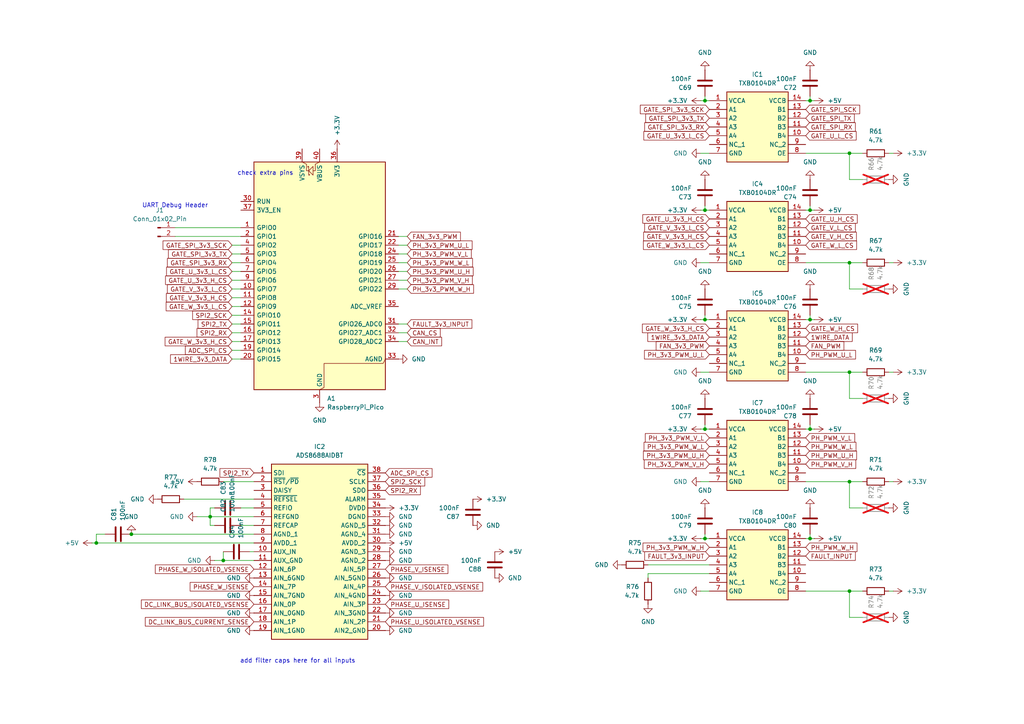
<source format=kicad_sch>
(kicad_sch (version 20250114) (generator "eeschema") (generator_version "9.0")
  (paper "A4")
  (text "check extra pins" (at 68.834 50.292 0) (effects (font (size 1.27 1.27)) (justify left)))
  (text "UART Debug Header" (at 50.8 59.69 0) (effects (font (size 1.27 1.27))))
  (text "add filter caps here for all inputs" (at 69.596 191.77 0) (effects (font (size 1.27 1.27)) (justify left)))
  (junction (at 234.95 29.21))
  (junction (at 234.95 156.21))
  (junction (at 204.47 29.21))
  (junction (at 64.77 162.56))
  (junction (at 234.95 60.96))
  (junction (at 246.38 107.95))
  (junction (at 246.38 139.7))
  (junction (at 246.38 76.2))
  (junction (at 204.47 124.46))
  (junction (at 204.47 92.71))
  (junction (at 27.94 157.48))
  (junction (at 38.1 154.94))
  (junction (at 204.47 60.96))
  (junction (at 246.38 171.45))
  (junction (at 204.47 156.21))
  (junction (at 60.96 149.86))
  (junction (at 234.95 124.46))
  (junction (at 246.38 44.45))
  (junction (at 234.95 92.71))
  (wire (pts (xy 118.11 81.28) (xy 115.57 81.28)))
  (wire (pts (xy 67.31 93.98) (xy 69.85 93.98)))
  (wire (pts (xy 203.2 156.21) (xy 204.47 156.21)))
  (wire (pts (xy 250.19 52.07) (xy 246.38 52.07)))
  (wire (pts (xy 62.23 147.32) (xy 60.96 147.32)))
  (wire (pts (xy 69.85 147.32) (xy 73.66 147.32)))
  (wire (pts (xy 118.11 76.2) (xy 115.57 76.2)))
  (wire (pts (xy 257.81 139.7) (xy 259.08 139.7)))
  (wire (pts (xy 233.68 29.21) (xy 234.95 29.21)))
  (wire (pts (xy 67.31 78.74) (xy 69.85 78.74)))
  (wire (pts (xy 60.96 147.32) (xy 60.96 149.86)))
  (wire (pts (xy 203.2 139.7) (xy 205.74 139.7)))
  (wire (pts (xy 72.39 160.02) (xy 73.66 160.02)))
  (wire (pts (xy 246.38 83.82) (xy 246.38 76.2)))
  (wire (pts (xy 67.31 81.28) (xy 69.85 81.28)))
  (wire (pts (xy 234.95 27.94) (xy 234.95 29.21)))
  (wire (pts (xy 233.68 44.45) (xy 246.38 44.45)))
  (wire (pts (xy 203.2 107.95) (xy 205.74 107.95)))
  (wire (pts (xy 118.11 78.74) (xy 115.57 78.74)))
  (wire (pts (xy 250.19 147.32) (xy 246.38 147.32)))
  (wire (pts (xy 233.68 92.71) (xy 234.95 92.71)))
  (wire (pts (xy 246.38 107.95) (xy 250.19 107.95)))
  (wire (pts (xy 233.68 156.21) (xy 234.95 156.21)))
  (wire (pts (xy 234.95 156.21) (xy 236.22 156.21)))
  (wire (pts (xy 204.47 156.21) (xy 205.74 156.21)))
  (wire (pts (xy 234.95 59.69) (xy 234.95 60.96)))
  (wire (pts (xy 234.95 124.46) (xy 236.22 124.46)))
  (wire (pts (xy 187.96 166.37) (xy 187.96 167.64)))
  (wire (pts (xy 30.48 154.94) (xy 27.94 154.94)))
  (wire (pts (xy 257.81 44.45) (xy 259.08 44.45)))
  (wire (pts (xy 64.77 139.7) (xy 73.66 139.7)))
  (wire (pts (xy 246.38 76.2) (xy 250.19 76.2)))
  (wire (pts (xy 246.38 115.57) (xy 246.38 107.95)))
  (wire (pts (xy 67.31 104.14) (xy 69.85 104.14)))
  (wire (pts (xy 67.31 88.9) (xy 69.85 88.9)))
  (wire (pts (xy 67.31 71.12) (xy 69.85 71.12)))
  (wire (pts (xy 204.47 29.21) (xy 205.74 29.21)))
  (wire (pts (xy 118.11 73.66) (xy 115.57 73.66)))
  (wire (pts (xy 204.47 60.96) (xy 205.74 60.96)))
  (wire (pts (xy 67.31 76.2) (xy 69.85 76.2)))
  (wire (pts (xy 233.68 124.46) (xy 234.95 124.46)))
  (wire (pts (xy 115.57 96.52) (xy 118.11 96.52)))
  (wire (pts (xy 204.47 59.69) (xy 204.47 60.96)))
  (wire (pts (xy 246.38 179.07) (xy 246.38 171.45)))
  (wire (pts (xy 204.47 91.44) (xy 204.47 92.71)))
  (wire (pts (xy 203.2 44.45) (xy 205.74 44.45)))
  (wire (pts (xy 118.11 93.98) (xy 115.57 93.98)))
  (wire (pts (xy 118.11 71.12) (xy 115.57 71.12)))
  (wire (pts (xy 50.8 66.04) (xy 69.85 66.04)))
  (wire (pts (xy 62.23 152.4) (xy 60.96 152.4)))
  (wire (pts (xy 246.38 44.45) (xy 250.19 44.45)))
  (wire (pts (xy 234.95 29.21) (xy 236.22 29.21)))
  (wire (pts (xy 27.94 154.94) (xy 27.94 157.48)))
  (wire (pts (xy 203.2 60.96) (xy 204.47 60.96)))
  (wire (pts (xy 60.96 149.86) (xy 60.96 152.4)))
  (wire (pts (xy 234.95 154.94) (xy 234.95 156.21)))
  (wire (pts (xy 246.38 52.07) (xy 246.38 44.45)))
  (wire (pts (xy 250.19 83.82) (xy 246.38 83.82)))
  (wire (pts (xy 50.8 68.58) (xy 69.85 68.58)))
  (wire (pts (xy 67.31 99.06) (xy 69.85 99.06)))
  (wire (pts (xy 118.11 83.82) (xy 115.57 83.82)))
  (wire (pts (xy 257.81 107.95) (xy 259.08 107.95)))
  (wire (pts (xy 67.31 83.82) (xy 69.85 83.82)))
  (wire (pts (xy 67.31 86.36) (xy 69.85 86.36)))
  (wire (pts (xy 233.68 139.7) (xy 246.38 139.7)))
  (wire (pts (xy 115.57 99.06) (xy 118.11 99.06)))
  (wire (pts (xy 27.94 157.48) (xy 73.66 157.48)))
  (wire (pts (xy 203.2 76.2) (xy 205.74 76.2)))
  (wire (pts (xy 233.68 60.96) (xy 234.95 60.96)))
  (wire (pts (xy 187.96 163.83) (xy 205.74 163.83)))
  (wire (pts (xy 233.68 76.2) (xy 246.38 76.2)))
  (wire (pts (xy 246.38 147.32) (xy 246.38 139.7)))
  (wire (pts (xy 69.85 152.4) (xy 73.66 152.4)))
  (wire (pts (xy 234.95 60.96) (xy 236.22 60.96)))
  (wire (pts (xy 250.19 179.07) (xy 246.38 179.07)))
  (wire (pts (xy 115.57 68.58) (xy 118.11 68.58)))
  (wire (pts (xy 67.31 101.6) (xy 69.85 101.6)))
  (wire (pts (xy 67.31 91.44) (xy 69.85 91.44)))
  (wire (pts (xy 204.47 27.94) (xy 204.47 29.21)))
  (wire (pts (xy 205.74 166.37) (xy 187.96 166.37)))
  (wire (pts (xy 257.81 76.2) (xy 259.08 76.2)))
  (wire (pts (xy 60.96 149.86) (xy 73.66 149.86)))
  (wire (pts (xy 246.38 139.7) (xy 250.19 139.7)))
  (wire (pts (xy 203.2 29.21) (xy 204.47 29.21)))
  (wire (pts (xy 204.47 154.94) (xy 204.47 156.21)))
  (wire (pts (xy 234.95 91.44) (xy 234.95 92.71)))
  (wire (pts (xy 204.47 92.71) (xy 205.74 92.71)))
  (wire (pts (xy 250.19 115.57) (xy 246.38 115.57)))
  (wire (pts (xy 234.95 92.71) (xy 236.22 92.71)))
  (wire (pts (xy 67.31 96.52) (xy 69.85 96.52)))
  (wire (pts (xy 67.31 73.66) (xy 69.85 73.66)))
  (wire (pts (xy 246.38 171.45) (xy 250.19 171.45)))
  (wire (pts (xy 233.68 107.95) (xy 246.38 107.95)))
  (wire (pts (xy 64.77 162.56) (xy 73.66 162.56)))
  (wire (pts (xy 203.2 171.45) (xy 205.74 171.45)))
  (wire (pts (xy 57.15 149.86) (xy 60.96 149.86)))
  (wire (pts (xy 234.95 123.19) (xy 234.95 124.46)))
  (wire (pts (xy 53.34 144.78) (xy 73.66 144.78)))
  (wire (pts (xy 233.68 171.45) (xy 246.38 171.45)))
  (wire (pts (xy 62.23 162.56) (xy 64.77 162.56)))
  (wire (pts (xy 204.47 123.19) (xy 204.47 124.46)))
  (wire (pts (xy 26.67 157.48) (xy 27.94 157.48)))
  (wire (pts (xy 257.81 171.45) (xy 259.08 171.45)))
  (wire (pts (xy 38.1 154.94) (xy 73.66 154.94)))
  (wire (pts (xy 64.77 160.02) (xy 64.77 162.56)))
  (wire (pts (xy 203.2 92.71) (xy 204.47 92.71)))
  (wire (pts (xy 203.2 124.46) (xy 204.47 124.46)))
  (wire (pts (xy 204.47 124.46) (xy 205.74 124.46)))
  (global_label "PH_3v3_PWM_U_H" (shape input) (at 118.11 78.74 0) (property "Intersheetrefs" "${INTERSHEET_REFS}" (effects (hide yes))))
  (global_label "FAN_3v3_PWM" (shape input) (at 118.11 68.58 0) (property "Intersheetrefs" "${INTERSHEET_REFS}" (effects (hide yes))))
  (global_label "SPI2_TX" (shape input) (at 73.66 137.16 180) (property "Intersheetrefs" "${INTERSHEET_REFS}" (effects (hide yes))))
  (global_label "PH_3v3_PWM_W_L" (shape input) (at 205.74 129.54 180) (property "Intersheetrefs" "${INTERSHEET_REFS}" (effects (hide yes))))
  (global_label "PH_PWM_U_H" (shape input) (at 233.68 132.08 0) (property "Intersheetrefs" "${INTERSHEET_REFS}" (effects (hide yes))))
  (global_label "GATE_V_3v3_L_CS" (shape input) (at 205.74 66.04 180) (property "Intersheetrefs" "${INTERSHEET_REFS}" (effects (hide yes))))
  (global_label "PHASE_V_ISENSE" (shape input) (at 111.76 165.1 0) (property "Intersheetrefs" "${INTERSHEET_REFS}" (effects (hide yes))))
  (global_label "PH_3v3_PWM_U_L" (shape input) (at 205.74 102.87 180) (property "Intersheetrefs" "${INTERSHEET_REFS}" (effects (hide yes))))
  (global_label "SPI2_TX" (shape input) (at 67.31 93.98 180) (property "Intersheetrefs" "${INTERSHEET_REFS}" (effects (hide yes))))
  (global_label "GATE_V_H_CS" (shape input) (at 233.68 68.58 0) (property "Intersheetrefs" "${INTERSHEET_REFS}" (effects (hide yes))))
  (global_label "GATE_W_3v3_H_CS" (shape input) (at 205.74 95.25 180) (property "Intersheetrefs" "${INTERSHEET_REFS}" (effects (hide yes))))
  (global_label "PH_3v3_PWM_V_L" (shape input) (at 205.74 127 180) (property "Intersheetrefs" "${INTERSHEET_REFS}" (effects (hide yes))))
  (global_label "GATE_U_3v3_L_CS" (shape input) (at 67.31 78.74 180) (property "Intersheetrefs" "${INTERSHEET_REFS}" (effects (hide yes))))
  (global_label "GATE_SPI_SCK" (shape input) (at 233.68 31.75 0) (property "Intersheetrefs" "${INTERSHEET_REFS}" (effects (hide yes))))
  (global_label "SPI2_SCK" (shape input) (at 111.76 139.7 0) (property "Intersheetrefs" "${INTERSHEET_REFS}" (effects (hide yes))))
  (global_label "FAULT_3v3_INPUT" (shape input) (at 205.74 161.29 180) (property "Intersheetrefs" "${INTERSHEET_REFS}" (effects (hide yes))))
  (global_label "GATE_SPI_3v3_TX" (shape input) (at 67.31 73.66 180) (property "Intersheetrefs" "${INTERSHEET_REFS}" (effects (hide yes))))
  (global_label "GATE_SPI_3v3_TX" (shape input) (at 205.74 34.29 180) (property "Intersheetrefs" "${INTERSHEET_REFS}" (effects (hide yes))))
  (global_label "ADC_SPI_CS" (shape input) (at 67.31 101.6 180) (property "Intersheetrefs" "${INTERSHEET_REFS}" (effects (hide yes))))
  (global_label "GATE_SPI_RX" (shape input) (at 233.68 36.83 0) (property "Intersheetrefs" "${INTERSHEET_REFS}" (effects (hide yes))))
  (global_label "FAN_PWM" (shape input) (at 233.68 100.33 0) (property "Intersheetrefs" "${INTERSHEET_REFS}" (effects (hide yes))))
  (global_label "PHASE_W_ISOLATED_VSENSE" (shape input) (at 73.66 165.1 180) (property "Intersheetrefs" "${INTERSHEET_REFS}" (effects (hide yes))))
  (global_label "PH_PWM_V_H" (shape input) (at 233.68 134.62 0) (property "Intersheetrefs" "${INTERSHEET_REFS}" (effects (hide yes))))
  (global_label "PH_3v3_PWM_W_H" (shape input) (at 205.74 158.75 180) (property "Intersheetrefs" "${INTERSHEET_REFS}" (effects (hide yes))))
  (global_label "DC_LINK_BUS_CURRENT_SENSE" (shape input) (at 73.66 180.34 180) (property "Intersheetrefs" "${INTERSHEET_REFS}" (effects (hide yes))))
  (global_label "PH_PWM_W_L" (shape input) (at 233.68 129.54 0) (property "Intersheetrefs" "${INTERSHEET_REFS}" (effects (hide yes))))
  (global_label "GATE_U_L_CS" (shape input) (at 233.68 39.37 0) (property "Intersheetrefs" "${INTERSHEET_REFS}" (effects (hide yes))))
  (global_label "PH_3v3_PWM_U_L" (shape input) (at 118.11 71.12 0) (property "Intersheetrefs" "${INTERSHEET_REFS}" (effects (hide yes))))
  (global_label "1WIRE_3v3_DATA" (shape input) (at 67.31 104.14 180) (property "Intersheetrefs" "${INTERSHEET_REFS}" (effects (hide yes))))
  (global_label "PH_PWM_U_L" (shape input) (at 233.68 102.87 0) (property "Intersheetrefs" "${INTERSHEET_REFS}" (effects (hide yes))))
  (global_label "GATE_W_3v3_L_CS" (shape input) (at 67.31 88.9 180) (property "Intersheetrefs" "${INTERSHEET_REFS}" (effects (hide yes))))
  (global_label "PHASE_U_ISOLATED_VSENSE" (shape input) (at 111.76 180.34 0) (property "Intersheetrefs" "${INTERSHEET_REFS}" (effects (hide yes))))
  (global_label "CAN_CS" (shape input) (at 118.11 96.52 0) (property "Intersheetrefs" "${INTERSHEET_REFS}" (effects (hide yes))))
  (global_label "1WIRE_3v3_DATA" (shape input) (at 205.74 97.79 180) (property "Intersheetrefs" "${INTERSHEET_REFS}" (effects (hide yes))))
  (global_label "GATE_SPI_3v3_SCK" (shape input) (at 67.31 71.12 180) (property "Intersheetrefs" "${INTERSHEET_REFS}" (effects (hide yes))))
  (global_label "1WIRE_DATA" (shape input) (at 233.68 97.79 0) (property "Intersheetrefs" "${INTERSHEET_REFS}" (effects (hide yes))))
  (global_label "PHASE_V_ISOLATED_VSENSE" (shape input) (at 111.76 170.18 0) (property "Intersheetrefs" "${INTERSHEET_REFS}" (effects (hide yes))))
  (global_label "GATE_SPI_TX" (shape input) (at 233.68 34.29 0) (property "Intersheetrefs" "${INTERSHEET_REFS}" (effects (hide yes))))
  (global_label "SPI2_RX" (shape input) (at 67.31 96.52 180) (property "Intersheetrefs" "${INTERSHEET_REFS}" (effects (hide yes))))
  (global_label "SPI2_SCK" (shape input) (at 67.31 91.44 180) (property "Intersheetrefs" "${INTERSHEET_REFS}" (effects (hide yes))))
  (global_label "GATE_W_L_CS" (shape input) (at 233.68 71.12 0) (property "Intersheetrefs" "${INTERSHEET_REFS}" (effects (hide yes))))
  (global_label "GATE_W_3v3_L_CS" (shape input) (at 205.74 71.12 180) (property "Intersheetrefs" "${INTERSHEET_REFS}" (effects (hide yes))))
  (global_label "PH_PWM_W_H" (shape input) (at 233.68 158.75 0) (property "Intersheetrefs" "${INTERSHEET_REFS}" (effects (hide yes))))
  (global_label "GATE_V_L_CS" (shape input) (at 233.68 66.04 0) (property "Intersheetrefs" "${INTERSHEET_REFS}" (effects (hide yes))))
  (global_label "FAULT_INPUT" (shape input) (at 233.68 161.29 0) (property "Intersheetrefs" "${INTERSHEET_REFS}" (effects (hide yes))))
  (global_label "FAULT_3v3_INPUT" (shape input) (at 118.11 93.98 0) (property "Intersheetrefs" "${INTERSHEET_REFS}" (effects (hide yes))))
  (global_label "GATE_W_H_CS" (shape input) (at 233.68 95.25 0) (property "Intersheetrefs" "${INTERSHEET_REFS}" (effects (hide yes))))
  (global_label "PH_3v3_PWM_W_H" (shape input) (at 118.11 83.82 0) (property "Intersheetrefs" "${INTERSHEET_REFS}" (effects (hide yes))))
  (global_label "GATE_SPI_3v3_SCK" (shape input) (at 205.74 31.75 180) (property "Intersheetrefs" "${INTERSHEET_REFS}" (effects (hide yes))))
  (global_label "CAN_INT" (shape input) (at 118.11 99.06 0) (property "Intersheetrefs" "${INTERSHEET_REFS}" (effects (hide yes))))
  (global_label "GATE_U_3v3_L_CS" (shape input) (at 205.74 39.37 180) (property "Intersheetrefs" "${INTERSHEET_REFS}" (effects (hide yes))))
  (global_label "FAN_3v3_PWM" (shape input) (at 205.74 100.33 180) (property "Intersheetrefs" "${INTERSHEET_REFS}" (effects (hide yes))))
  (global_label "GATE_W_3v3_H_CS" (shape input) (at 67.31 99.06 180) (property "Intersheetrefs" "${INTERSHEET_REFS}" (effects (hide yes))))
  (global_label "GATE_U_3v3_H_CS" (shape input) (at 205.74 63.5 180) (property "Intersheetrefs" "${INTERSHEET_REFS}" (effects (hide yes))))
  (global_label "GATE_V_3v3_L_CS" (shape input) (at 67.31 83.82 180) (property "Intersheetrefs" "${INTERSHEET_REFS}" (effects (hide yes))))
  (global_label "GATE_U_H_CS" (shape input) (at 233.68 63.5 0) (property "Intersheetrefs" "${INTERSHEET_REFS}" (effects (hide yes))))
  (global_label "SPI2_RX" (shape input) (at 111.76 142.24 0) (property "Intersheetrefs" "${INTERSHEET_REFS}" (effects (hide yes))))
  (global_label "PH_PWM_V_L" (shape input) (at 233.68 127 0) (property "Intersheetrefs" "${INTERSHEET_REFS}" (effects (hide yes))))
  (global_label "PH_3v3_PWM_V_H" (shape input) (at 118.11 81.28 0) (property "Intersheetrefs" "${INTERSHEET_REFS}" (effects (hide yes))))
  (global_label "GATE_SPI_3v3_RX" (shape input) (at 205.74 36.83 180) (property "Intersheetrefs" "${INTERSHEET_REFS}" (effects (hide yes))))
  (global_label "ADC_SPI_CS" (shape input) (at 111.76 137.16 0) (property "Intersheetrefs" "${INTERSHEET_REFS}" (effects (hide yes))))
  (global_label "GATE_V_3v3_H_CS" (shape input) (at 205.74 68.58 180) (property "Intersheetrefs" "${INTERSHEET_REFS}" (effects (hide yes))))
  (global_label "PH_3v3_PWM_V_L" (shape input) (at 118.11 73.66 0) (property "Intersheetrefs" "${INTERSHEET_REFS}" (effects (hide yes))))
  (global_label "PHASE_U_ISENSE" (shape input) (at 111.76 175.26 0) (property "Intersheetrefs" "${INTERSHEET_REFS}" (effects (hide yes))))
  (global_label "GATE_U_3v3_H_CS" (shape input) (at 67.31 81.28 180) (property "Intersheetrefs" "${INTERSHEET_REFS}" (effects (hide yes))))
  (global_label "PHASE_W_ISENSE" (shape input) (at 73.66 170.18 180) (property "Intersheetrefs" "${INTERSHEET_REFS}" (effects (hide yes))))
  (global_label "PH_3v3_PWM_V_H" (shape input) (at 205.74 134.62 180) (property "Intersheetrefs" "${INTERSHEET_REFS}" (effects (hide yes))))
  (global_label "GATE_SPI_3v3_RX" (shape input) (at 67.31 76.2 180) (property "Intersheetrefs" "${INTERSHEET_REFS}" (effects (hide yes))))
  (global_label "GATE_V_3v3_H_CS" (shape input) (at 67.31 86.36 180) (property "Intersheetrefs" "${INTERSHEET_REFS}" (effects (hide yes))))
  (global_label "PH_3v3_PWM_W_L" (shape input) (at 118.11 76.2 0) (property "Intersheetrefs" "${INTERSHEET_REFS}" (effects (hide yes))))
  (global_label "PH_3v3_PWM_U_H" (shape input) (at 205.74 132.08 180) (property "Intersheetrefs" "${INTERSHEET_REFS}" (effects (hide yes))))
  (global_label "DC_LINK_BUS_ISOLATED_VSENSE" (shape input) (at 73.66 175.26 180) (property "Intersheetrefs" "${INTERSHEET_REFS}" (effects (hide yes))))
  (symbol (lib_id "Device:C") (at 234.95 87.63 180) (unit 1)
    (property "Reference" "C76" (at 231.14 88.9001 0) (effects (justify left)))
    (property "Value" "100nF" (at 231.14 86.36 0) (effects (justify left)))
    (property "Footprint" "Capacitor_SMD:C_1210_3225Metric_Pad1.33x2.70mm_HandSolder" (effects (hide yes)))
    (property "Description" "Unpolarized capacitor" (effects (hide yes)))
  )
  (symbol (lib_id "Device:R") (at 254 115.57 270) (unit 1) (dnp yes)
    (property "Reference" "R70" (at 252.7299 113.03 0) (effects (justify right)))
    (property "Value" "4.7k" (at 255.2699 113.03 0) (effects (justify right)))
    (property "Footprint" "Resistor_SMD:R_1210_3225Metric_Pad1.30x2.65mm_HandSolder" (effects (hide yes)))
    (property "Description" "Resistor" (effects (hide yes)))
  )
  (symbol (lib_id "power:+3.3V") (at 97.79 43.18 0) (unit 1)
    (property "Reference" "#PWR02" (effects (hide yes)))
    (property "Value" "+3.3V" (at 97.7901 39.37 90) (effects (justify left)))
    (property "Description" "Power symbol creates a global label with name \"+3.3V\"" (effects (hide yes)))
  )
  (symbol (lib_id "power:GND") (at 257.81 115.57 90) (unit 1)
    (property "Reference" "#PWR0112" (effects (hide yes)))
    (property "Value" "GND" (at 262.89 115.57 0))
    (property "Description" "Power symbol creates a global label with name \"GND\" , ground" (effects (hide yes)))
  )
  (symbol (lib_id "Device:R") (at 254 76.2 90) (unit 1)
    (property "Reference" "R67" (at 254 69.85 90))
    (property "Value" "4.7k" (at 254 72.39 90))
    (property "Footprint" "Resistor_SMD:R_1210_3225Metric_Pad1.30x2.65mm_HandSolder" (effects (hide yes)))
    (property "Description" "Resistor" (effects (hide yes)))
  )
  (symbol (lib_id "Device:R") (at 254 52.07 270) (unit 1) (dnp yes)
    (property "Reference" "R66" (at 252.7299 49.53 0) (effects (justify right)))
    (property "Value" "4.7k" (at 255.2699 49.53 0) (effects (justify right)))
    (property "Footprint" "Resistor_SMD:R_1210_3225Metric_Pad1.30x2.65mm_HandSolder" (effects (hide yes)))
    (property "Description" "Resistor" (effects (hide yes)))
  )
  (symbol (lib_id "power:GND") (at 73.66 182.88 270) (unit 1)
    (property "Reference" "#PWR0148" (effects (hide yes)))
    (property "Value" "GND" (at 69.85 182.8799 90) (effects (justify right)))
    (property "Description" "Power symbol creates a global label with name \"GND\" , ground" (effects (hide yes)))
  )
  (symbol (lib_id "power:GND") (at 204.47 83.82 180) (unit 1)
    (property "Reference" "#PWR0109" (effects (hide yes)))
    (property "Value" "GND" (at 204.47 78.74 0))
    (property "Description" "Power symbol creates a global label with name \"GND\" , ground" (effects (hide yes)))
  )
  (symbol (lib_id "Device:C") (at 204.47 119.38 180) (unit 1)
    (property "Reference" "C77" (at 200.66 120.6501 0) (effects (justify left)))
    (property "Value" "100nF" (at 200.66 118.11 0) (effects (justify left)))
    (property "Footprint" "Capacitor_SMD:C_1210_3225Metric_Pad1.33x2.70mm_HandSolder" (effects (hide yes)))
    (property "Description" "Unpolarized capacitor" (effects (hide yes)))
  )
  (symbol (lib_id "power:GND") (at 73.66 167.64 270) (unit 1)
    (property "Reference" "#PWR0151" (effects (hide yes)))
    (property "Value" "GND" (at 69.85 167.6399 90) (effects (justify right)))
    (property "Description" "Power symbol creates a global label with name \"GND\" , ground" (effects (hide yes)))
  )
  (symbol (lib_id "power:+3.3V") (at 111.76 147.32 270) (unit 1)
    (property "Reference" "#PWR0135" (effects (hide yes)))
    (property "Value" "+3.3V" (at 115.57 147.3199 90) (effects (justify left)))
    (property "Description" "Power symbol creates a global label with name \"+3.3V\"" (effects (hide yes)))
  )
  (symbol (lib_id "power:GND") (at 204.47 147.32 180) (unit 1)
    (property "Reference" "#PWR0127" (effects (hide yes)))
    (property "Value" "GND" (at 204.47 142.24 0))
    (property "Description" "Power symbol creates a global label with name \"GND\" , ground" (effects (hide yes)))
  )
  (symbol (lib_id "power:+3.3V") (at 259.08 76.2 270) (unit 1)
    (property "Reference" "#PWR026" (effects (hide yes)))
    (property "Value" "+3.3V" (at 262.89 76.1999 90) (effects (justify left)))
    (property "Description" "Power symbol creates a global label with name \"+3.3V\"" (effects (hide yes)))
  )
  (symbol (lib_id "power:GND") (at 204.47 52.07 180) (unit 1)
    (property "Reference" "#PWR0105" (effects (hide yes)))
    (property "Value" "GND" (at 204.47 46.99 0))
    (property "Description" "Power symbol creates a global label with name \"GND\" , ground" (effects (hide yes)))
  )
  (symbol (lib_id "power:+3.3V") (at 203.2 156.21 90) (unit 1)
    (property "Reference" "#PWR0124" (effects (hide yes)))
    (property "Value" "+3.3V" (at 199.39 156.2099 90) (effects (justify left)))
    (property "Description" "Power symbol creates a global label with name \"+3.3V\"" (effects (hide yes)))
  )
  (symbol (lib_id "Device:R") (at 254 147.32 270) (unit 1) (dnp yes)
    (property "Reference" "R72" (at 252.7299 144.78 0) (effects (justify right)))
    (property "Value" "4.7k" (at 255.2699 144.78 0) (effects (justify right)))
    (property "Footprint" "Resistor_SMD:R_1210_3225Metric_Pad1.30x2.65mm_HandSolder" (effects (hide yes)))
    (property "Description" "Resistor" (effects (hide yes)))
  )
  (symbol (lib_id "power:GND") (at 111.76 167.64 90) (unit 1)
    (property "Reference" "#PWR0144" (effects (hide yes)))
    (property "Value" "GND" (at 115.57 167.6399 90) (effects (justify right)))
    (property "Description" "Power symbol creates a global label with name \"GND\" , ground" (effects (hide yes)))
  )
  (symbol (lib_id "power:GND") (at 180.34 163.83 270) (unit 1)
    (property "Reference" "#PWR0133" (effects (hide yes)))
    (property "Value" "GND" (at 176.53 163.8299 90) (effects (justify right)))
    (property "Description" "Power symbol creates a global label with name \"GND\" , ground" (effects (hide yes)))
  )
  (symbol (lib_id "power:GND") (at 203.2 139.7 270) (unit 1)
    (property "Reference" "#PWR0115" (effects (hide yes)))
    (property "Value" "GND" (at 199.39 139.6999 90) (effects (justify right)))
    (property "Description" "Power symbol creates a global label with name \"GND\" , ground" (effects (hide yes)))
  )
  (symbol (lib_id "Device:R") (at 184.15 163.83 90) (unit 1)
    (property "Reference" "R75" (at 184.15 157.48 90))
    (property "Value" "4.7k" (at 184.15 160.02 90))
    (property "Footprint" "Resistor_SMD:R_1210_3225Metric_Pad1.30x2.65mm_HandSolder" (effects (hide yes)))
    (property "Description" "Resistor" (effects (hide yes)))
  )
  (symbol (lib_id "Device:R") (at 60.96 139.7 90) (unit 1)
    (property "Reference" "R78" (at 60.96 133.35 90))
    (property "Value" "4.7k" (at 60.96 135.89 90))
    (property "Footprint" "Resistor_SMD:R_1210_3225Metric_Pad1.30x2.65mm_HandSolder" (effects (hide yes)))
    (property "Description" "Resistor" (effects (hide yes)))
  )
  (symbol (lib_id "power:GND") (at 203.2 171.45 270) (unit 1)
    (property "Reference" "#PWR0125" (effects (hide yes)))
    (property "Value" "GND" (at 199.39 171.4499 90) (effects (justify right)))
    (property "Description" "Power symbol creates a global label with name \"GND\" , ground" (effects (hide yes)))
  )
  (symbol (lib_id "power:+5V") (at 236.22 29.21 270) (unit 1)
    (property "Reference" "#PWR023" (effects (hide yes)))
    (property "Value" "+5V" (at 240.03 29.2099 90) (effects (justify left)))
    (property "Description" "Power symbol creates a global label with name \"+5V\"" (effects (hide yes)))
  )
  (symbol (lib_id "InverterCom:ADS8688AIDBT") (at 73.66 137.16 0) (unit 1)
    (property "Reference" "IC2" (at 92.71 129.54 0))
    (property "Value" "ADS8688AIDBT" (at 92.71 132.08 0))
    (property "Footprint" "InverterCom:SOP50P640X120-38M" (effects (hide yes)))
    (property "Datasheet" "http://www.ti.com/lit/gpn/ads8688a" (effects (hide yes)))
    (property "Description" "16-Bit, 500kSPS, 8-Ch SAR ADC With Bipolar Inputs Using 5V Supply and Low-Drift VREF" (effects (hide yes)))
    (property "Height" "1.2" (effects (hide yes)))
    (property "Mouser Part Number" "595-ADS8688AIDBT" (effects (hide yes)))
    (property "Mouser Price/Stock" "https://www.mouser.co.uk/ProductDetail/Texas-Instruments/ADS8688AIDBT?qs=xufs61hA5MZv%2F46DP%252BYoHw%3D%3D" (effects (hide yes)))
    (property "Manufacturer_Name" "Texas Instruments" (effects (hide yes)))
    (property "Manufacturer_Part_Number" "ADS8688AIDBT" (effects (hide yes)))
  )
  (symbol (lib_id "InverterCom:TXB0104DR") (at 205.74 156.21 0) (unit 1)
    (property "Reference" "IC8" (at 219.71 148.59 0))
    (property "Value" "TXB0104DR" (at 219.71 151.13 0))
    (property "Footprint" "InverterCom:SOIC127P600X175-14N" (effects (hide yes)))
    (property "Datasheet" "http://www.ti.com/lit/gpn/txb0104" (effects (hide yes)))
    (property "Description" "4-Bit Bidirectional Voltage-Level Shifter with Auto Direction Sensing and +/-15 kV ESD Protect" (effects (hide yes)))
    (property "Height" "1.75" (effects (hide yes)))
    (property "Mouser Part Number" "595-TXB0104DR" (effects (hide yes)))
    (property "Mouser Price/Stock" "https://www.mouser.co.uk/ProductDetail/Texas-Instruments/TXB0104DR?qs=oFXvjAmG9EgBSYD5QAjkqQ%3D%3D" (effects (hide yes)))
    (property "Manufacturer_Name" "Texas Instruments" (effects (hide yes)))
    (property "Manufacturer_Part_Number" "TXB0104DR" (effects (hide yes)))
  )
  (symbol (lib_id "power:GND") (at 38.1 154.94 180) (unit 1)
    (property "Reference" "#PWR0137" (effects (hide yes)))
    (property "Value" "GND" (at 38.1 149.86 0))
    (property "Description" "Power symbol creates a global label with name \"GND\" , ground" (effects (hide yes)))
  )
  (symbol (lib_id "power:GND") (at 115.57 104.14 90) (unit 1)
    (property "Reference" "#PWR021" (effects (hide yes)))
    (property "Value" "GND" (at 119.38 104.1399 90) (effects (justify right)))
    (property "Description" "Power symbol creates a global label with name \"GND\" , ground" (effects (hide yes)))
  )
  (symbol (lib_id "Device:C") (at 234.95 24.13 180) (unit 1)
    (property "Reference" "C72" (at 231.14 25.4001 0) (effects (justify left)))
    (property "Value" "100nF" (at 231.14 22.86 0) (effects (justify left)))
    (property "Footprint" "Capacitor_SMD:C_1210_3225Metric_Pad1.33x2.70mm_HandSolder" (effects (hide yes)))
    (property "Description" "Unpolarized capacitor" (effects (hide yes)))
  )
  (symbol (lib_id "power:GND") (at 111.76 149.86 90) (unit 1)
    (property "Reference" "#PWR0141" (effects (hide yes)))
    (property "Value" "GND" (at 115.57 149.8599 90) (effects (justify right)))
    (property "Description" "Power symbol creates a global label with name \"GND\" , ground" (effects (hide yes)))
  )
  (symbol (lib_id "power:+3.3V") (at 259.08 139.7 270) (unit 1)
    (property "Reference" "#PWR0123" (effects (hide yes)))
    (property "Value" "+3.3V" (at 262.89 139.6999 90) (effects (justify left)))
    (property "Description" "Power symbol creates a global label with name \"+3.3V\"" (effects (hide yes)))
  )
  (symbol (lib_id "power:+3.3V") (at 203.2 124.46 90) (unit 1)
    (property "Reference" "#PWR0114" (effects (hide yes)))
    (property "Value" "+3.3V" (at 199.39 124.4599 90) (effects (justify left)))
    (property "Description" "Power symbol creates a global label with name \"+3.3V\"" (effects (hide yes)))
  )
  (symbol (lib_id "power:GND") (at 203.2 44.45 270) (unit 1)
    (property "Reference" "#PWR088" (effects (hide yes)))
    (property "Value" "GND" (at 199.39 44.4499 90) (effects (justify right)))
    (property "Description" "Power symbol creates a global label with name \"GND\" , ground" (effects (hide yes)))
  )
  (symbol (lib_id "power:+5V") (at 26.67 157.48 90) (unit 1)
    (property "Reference" "#PWR0136" (effects (hide yes)))
    (property "Value" "+5V" (at 22.86 157.4799 90) (effects (justify left)))
    (property "Description" "Power symbol creates a global label with name \"+5V\"" (effects (hide yes)))
  )
  (symbol (lib_id "power:GND") (at 111.76 177.8 90) (unit 1)
    (property "Reference" "#PWR0146" (effects (hide yes)))
    (property "Value" "GND" (at 115.57 177.7999 90) (effects (justify right)))
    (property "Description" "Power symbol creates a global label with name \"GND\" , ground" (effects (hide yes)))
  )
  (symbol (lib_id "power:GND") (at 62.23 162.56 270) (unit 1)
    (property "Reference" "#PWR0152" (effects (hide yes)))
    (property "Value" "GND" (at 58.42 162.5599 90) (effects (justify right)))
    (property "Description" "Power symbol creates a global label with name \"GND\" , ground" (effects (hide yes)))
  )
  (symbol (lib_id "power:+3.3V") (at 259.08 107.95 270) (unit 1)
    (property "Reference" "#PWR0113" (effects (hide yes)))
    (property "Value" "+3.3V" (at 262.89 107.9499 90) (effects (justify left)))
    (property "Description" "Power symbol creates a global label with name \"+3.3V\"" (effects (hide yes)))
  )
  (symbol (lib_id "power:GND") (at 111.76 152.4 90) (unit 1)
    (property "Reference" "#PWR0140" (effects (hide yes)))
    (property "Value" "GND" (at 115.57 152.3999 90) (effects (justify right)))
    (property "Description" "Power symbol creates a global label with name \"GND\" , ground" (effects (hide yes)))
  )
  (symbol (lib_id "Device:R") (at 254 83.82 270) (unit 1) (dnp yes)
    (property "Reference" "R68" (at 252.7299 81.28 0) (effects (justify right)))
    (property "Value" "4.7k" (at 255.2699 81.28 0) (effects (justify right)))
    (property "Footprint" "Resistor_SMD:R_1210_3225Metric_Pad1.30x2.65mm_HandSolder" (effects (hide yes)))
    (property "Description" "Resistor" (effects (hide yes)))
  )
  (symbol (lib_id "power:+3.3V") (at 203.2 29.21 90) (unit 1)
    (property "Reference" "#PWR05" (effects (hide yes)))
    (property "Value" "+3.3V" (at 199.39 29.2099 90) (effects (justify left)))
    (property "Description" "Power symbol creates a global label with name \"+3.3V\"" (effects (hide yes)))
  )
  (symbol (lib_id "power:+3.3V") (at 203.2 92.71 90) (unit 1)
    (property "Reference" "#PWR027" (effects (hide yes)))
    (property "Value" "+3.3V" (at 199.39 92.7099 90) (effects (justify left)))
    (property "Description" "Power symbol creates a global label with name \"+3.3V\"" (effects (hide yes)))
  )
  (symbol (lib_id "power:+3.3V") (at 259.08 171.45 270) (unit 1)
    (property "Reference" "#PWR0131" (effects (hide yes)))
    (property "Value" "+3.3V" (at 262.89 171.4499 90) (effects (justify left)))
    (property "Description" "Power symbol creates a global label with name \"+3.3V\"" (effects (hide yes)))
  )
  (symbol (lib_id "power:+5V") (at 57.15 139.7 90) (unit 1)
    (property "Reference" "#PWR0158" (effects (hide yes)))
    (property "Value" "+5V" (at 53.34 139.6999 90) (effects (justify left)))
    (property "Description" "Power symbol creates a global label with name \"+5V\"" (effects (hide yes)))
  )
  (symbol (lib_id "MCU_Module:RaspberryPi_Pico") (at 92.71 81.28 0) (unit 1)
    (property "Reference" "A1" (at 94.8533 115.57 0) (effects (justify left)))
    (property "Value" "RaspberryPi_Pico" (at 94.8533 118.11 0) (effects (justify left)))
    (property "Footprint" "Module:RaspberryPi_Pico_Common_Unspecified" (effects (hide yes)))
    (property "Datasheet" "https://datasheets.raspberrypi.com/pico/pico-datasheet.pdf" (effects (hide yes)))
    (property "Description" "Versatile and inexpensive microcontroller module powered by RP2040 dual-core Arm Cortex-M0+ processor up to 133 MHz, 264kB SRAM, 2MB QSPI flash; also supports Raspberry Pi Pico 2" (effects (hide yes)))
  )
  (symbol (lib_id "Device:C") (at 234.95 119.38 180) (unit 1)
    (property "Reference" "C78" (at 231.14 120.6501 0) (effects (justify left)))
    (property "Value" "100nF" (at 231.14 118.11 0) (effects (justify left)))
    (property "Footprint" "Capacitor_SMD:C_1210_3225Metric_Pad1.33x2.70mm_HandSolder" (effects (hide yes)))
    (property "Description" "Unpolarized capacitor" (effects (hide yes)))
  )
  (symbol (lib_id "Device:R") (at 254 107.95 90) (unit 1)
    (property "Reference" "R69" (at 254 101.6 90))
    (property "Value" "4.7k" (at 254 104.14 90))
    (property "Footprint" "Resistor_SMD:R_1210_3225Metric_Pad1.30x2.65mm_HandSolder" (effects (hide yes)))
    (property "Description" "Resistor" (effects (hide yes)))
  )
  (symbol (lib_id "InverterCom:TXB0104DR") (at 205.74 29.21 0) (unit 1)
    (property "Reference" "IC1" (at 219.71 21.59 0))
    (property "Value" "TXB0104DR" (at 219.71 24.13 0))
    (property "Footprint" "InverterCom:SOIC127P600X175-14N" (effects (hide yes)))
    (property "Datasheet" "http://www.ti.com/lit/gpn/txb0104" (effects (hide yes)))
    (property "Description" "4-Bit Bidirectional Voltage-Level Shifter with Auto Direction Sensing and +/-15 kV ESD Protect" (effects (hide yes)))
    (property "Height" "1.75" (effects (hide yes)))
    (property "Mouser Part Number" "595-TXB0104DR" (effects (hide yes)))
    (property "Mouser Price/Stock" "https://www.mouser.co.uk/ProductDetail/Texas-Instruments/TXB0104DR?qs=oFXvjAmG9EgBSYD5QAjkqQ%3D%3D" (effects (hide yes)))
    (property "Manufacturer_Name" "Texas Instruments" (effects (hide yes)))
    (property "Manufacturer_Part_Number" "TXB0104DR" (effects (hide yes)))
  )
  (symbol (lib_id "power:+3.3V") (at 203.2 60.96 90) (unit 1)
    (property "Reference" "#PWR024" (effects (hide yes)))
    (property "Value" "+3.3V" (at 199.39 60.9599 90) (effects (justify left)))
    (property "Description" "Power symbol creates a global label with name \"+3.3V\"" (effects (hide yes)))
  )
  (symbol (lib_id "power:GND") (at 234.95 52.07 180) (unit 1)
    (property "Reference" "#PWR0106" (effects (hide yes)))
    (property "Value" "GND" (at 234.95 46.99 0))
    (property "Description" "Power symbol creates a global label with name \"GND\" , ground" (effects (hide yes)))
  )
  (symbol (lib_id "power:GND") (at 204.47 20.32 180) (unit 1)
    (property "Reference" "#PWR085" (effects (hide yes)))
    (property "Value" "GND" (at 204.47 15.24 0))
    (property "Description" "Power symbol creates a global label with name \"GND\" , ground" (effects (hide yes)))
  )
  (symbol (lib_id "Device:C") (at 143.51 163.83 180) (unit 1)
    (property "Reference" "C88" (at 139.7 165.1001 0) (effects (justify left)))
    (property "Value" "100nF" (at 139.7 162.56 0) (effects (justify left)))
    (property "Footprint" "Capacitor_SMD:C_1210_3225Metric_Pad1.33x2.70mm_HandSolder" (effects (hide yes)))
    (property "Description" "Unpolarized capacitor" (effects (hide yes)))
  )
  (symbol (lib_id "power:GND") (at 111.76 172.72 90) (unit 1)
    (property "Reference" "#PWR0145" (effects (hide yes)))
    (property "Value" "GND" (at 115.57 172.7199 90) (effects (justify right)))
    (property "Description" "Power symbol creates a global label with name \"GND\" , ground" (effects (hide yes)))
  )
  (symbol (lib_id "power:GND") (at 111.76 154.94 90) (unit 1)
    (property "Reference" "#PWR0139" (effects (hide yes)))
    (property "Value" "GND" (at 115.57 154.9399 90) (effects (justify right)))
    (property "Description" "Power symbol creates a global label with name \"GND\" , ground" (effects (hide yes)))
  )
  (symbol (lib_id "Device:C") (at 137.16 148.59 180) (unit 1)
    (property "Reference" "C87" (at 133.35 149.8601 0) (effects (justify left)))
    (property "Value" "100nF" (at 133.35 147.32 0) (effects (justify left)))
    (property "Footprint" "Capacitor_SMD:C_1210_3225Metric_Pad1.33x2.70mm_HandSolder" (effects (hide yes)))
    (property "Description" "Unpolarized capacitor" (effects (hide yes)))
  )
  (symbol (lib_id "Device:C") (at 66.04 152.4 90) (unit 1)
    (property "Reference" "C82" (at 64.7699 148.59 0) (effects (justify left)))
    (property "Value" "100nF" (at 67.31 148.59 0) (effects (justify left)))
    (property "Footprint" "Capacitor_SMD:C_1210_3225Metric_Pad1.33x2.70mm_HandSolder" (effects (hide yes)))
    (property "Description" "Unpolarized capacitor" (effects (hide yes)))
  )
  (symbol (lib_id "Device:R") (at 254 171.45 90) (unit 1)
    (property "Reference" "R73" (at 254 165.1 90))
    (property "Value" "4.7k" (at 254 167.64 90))
    (property "Footprint" "Resistor_SMD:R_1210_3225Metric_Pad1.30x2.65mm_HandSolder" (effects (hide yes)))
    (property "Description" "Resistor" (effects (hide yes)))
  )
  (symbol (lib_id "power:GND") (at 257.81 179.07 90) (unit 1)
    (property "Reference" "#PWR0130" (effects (hide yes)))
    (property "Value" "GND" (at 262.89 179.07 0))
    (property "Description" "Power symbol creates a global label with name \"GND\" , ground" (effects (hide yes)))
  )
  (symbol (lib_id "power:GND") (at 111.76 162.56 90) (unit 1)
    (property "Reference" "#PWR0143" (effects (hide yes)))
    (property "Value" "GND" (at 115.57 162.5599 90) (effects (justify right)))
    (property "Description" "Power symbol creates a global label with name \"GND\" , ground" (effects (hide yes)))
  )
  (symbol (lib_id "power:+5V") (at 236.22 60.96 270) (unit 1)
    (property "Reference" "#PWR025" (effects (hide yes)))
    (property "Value" "+5V" (at 240.03 60.9599 90) (effects (justify left)))
    (property "Description" "Power symbol creates a global label with name \"+5V\"" (effects (hide yes)))
  )
  (symbol (lib_id "Device:R") (at 254 44.45 90) (unit 1)
    (property "Reference" "R61" (at 254 38.1 90))
    (property "Value" "4.7k" (at 254 40.64 90))
    (property "Footprint" "Resistor_SMD:R_1210_3225Metric_Pad1.30x2.65mm_HandSolder" (effects (hide yes)))
    (property "Description" "Resistor" (effects (hide yes)))
  )
  (symbol (lib_id "power:GND") (at 203.2 76.2 270) (unit 1)
    (property "Reference" "#PWR0104" (effects (hide yes)))
    (property "Value" "GND" (at 199.39 76.1999 90) (effects (justify right)))
    (property "Description" "Power symbol creates a global label with name \"GND\" , ground" (effects (hide yes)))
  )
  (symbol (lib_id "Device:R") (at 254 179.07 270) (unit 1) (dnp yes)
    (property "Reference" "R74" (at 252.7299 176.53 0) (effects (justify right)))
    (property "Value" "4.7k" (at 255.2699 176.53 0) (effects (justify right)))
    (property "Footprint" "Resistor_SMD:R_1210_3225Metric_Pad1.30x2.65mm_HandSolder" (effects (hide yes)))
    (property "Description" "Resistor" (effects (hide yes)))
  )
  (symbol (lib_id "power:+3.3V") (at 259.08 44.45 270) (unit 1)
    (property "Reference" "#PWR06" (effects (hide yes)))
    (property "Value" "+3.3V" (at 262.89 44.4499 90) (effects (justify left)))
    (property "Description" "Power symbol creates a global label with name \"+3.3V\"" (effects (hide yes)))
  )
  (symbol (lib_id "InverterCom:TXB0104DR") (at 205.74 124.46 0) (unit 1)
    (property "Reference" "IC7" (at 219.71 116.84 0))
    (property "Value" "TXB0104DR" (at 219.71 119.38 0))
    (property "Footprint" "InverterCom:SOIC127P600X175-14N" (effects (hide yes)))
    (property "Datasheet" "http://www.ti.com/lit/gpn/txb0104" (effects (hide yes)))
    (property "Description" "4-Bit Bidirectional Voltage-Level Shifter with Auto Direction Sensing and +/-15 kV ESD Protect" (effects (hide yes)))
    (property "Height" "1.75" (effects (hide yes)))
    (property "Mouser Part Number" "595-TXB0104DR" (effects (hide yes)))
    (property "Mouser Price/Stock" "https://www.mouser.co.uk/ProductDetail/Texas-Instruments/TXB0104DR?qs=oFXvjAmG9EgBSYD5QAjkqQ%3D%3D" (effects (hide yes)))
    (property "Manufacturer_Name" "Texas Instruments" (effects (hide yes)))
    (property "Manufacturer_Part_Number" "TXB0104DR" (effects (hide yes)))
  )
  (symbol (lib_id "Device:C") (at 204.47 24.13 180) (unit 1)
    (property "Reference" "C69" (at 200.66 25.4001 0) (effects (justify left)))
    (property "Value" "100nF" (at 200.66 22.86 0) (effects (justify left)))
    (property "Footprint" "Capacitor_SMD:C_1210_3225Metric_Pad1.33x2.70mm_HandSolder" (effects (hide yes)))
    (property "Description" "Unpolarized capacitor" (effects (hide yes)))
  )
  (symbol (lib_id "power:GND") (at 234.95 115.57 180) (unit 1)
    (property "Reference" "#PWR0120" (effects (hide yes)))
    (property "Value" "GND" (at 234.95 110.49 0))
    (property "Description" "Power symbol creates a global label with name \"GND\" , ground" (effects (hide yes)))
  )
  (symbol (lib_id "Device:C") (at 234.95 55.88 180) (unit 1)
    (property "Reference" "C74" (at 231.14 57.1501 0) (effects (justify left)))
    (property "Value" "100nF" (at 231.14 54.61 0) (effects (justify left)))
    (property "Footprint" "Capacitor_SMD:C_1210_3225Metric_Pad1.33x2.70mm_HandSolder" (effects (hide yes)))
    (property "Description" "Unpolarized capacitor" (effects (hide yes)))
  )
  (symbol (lib_id "Device:C") (at 34.29 154.94 90) (unit 1)
    (property "Reference" "C81" (at 33.0199 151.13 0) (effects (justify left)))
    (property "Value" "100nF" (at 35.56 151.13 0) (effects (justify left)))
    (property "Footprint" "Capacitor_SMD:C_1210_3225Metric_Pad1.33x2.70mm_HandSolder" (effects (hide yes)))
    (property "Description" "Unpolarized capacitor" (effects (hide yes)))
  )
  (symbol (lib_id "power:GND") (at 234.95 20.32 180) (unit 1)
    (property "Reference" "#PWR087" (effects (hide yes)))
    (property "Value" "GND" (at 234.95 15.24 0))
    (property "Description" "Power symbol creates a global label with name \"GND\" , ground" (effects (hide yes)))
  )
  (symbol (lib_id "power:GND") (at 73.66 177.8 270) (unit 1)
    (property "Reference" "#PWR0149" (effects (hide yes)))
    (property "Value" "GND" (at 69.85 177.7999 90) (effects (justify right)))
    (property "Description" "Power symbol creates a global label with name \"GND\" , ground" (effects (hide yes)))
  )
  (symbol (lib_id "power:GND") (at 257.81 147.32 90) (unit 1)
    (property "Reference" "#PWR0122" (effects (hide yes)))
    (property "Value" "GND" (at 262.89 147.32 0))
    (property "Description" "Power symbol creates a global label with name \"GND\" , ground" (effects (hide yes)))
  )
  (symbol (lib_id "power:GND") (at 92.71 116.84 0) (unit 1)
    (property "Reference" "#PWR020" (effects (hide yes)))
    (property "Value" "GND" (at 92.71 121.92 0))
    (property "Description" "Power symbol creates a global label with name \"GND\" , ground" (effects (hide yes)))
  )
  (symbol (lib_id "power:+5V") (at 143.51 160.02 270) (unit 1)
    (property "Reference" "#PWR0161" (effects (hide yes)))
    (property "Value" "+5V" (at 147.32 160.0199 90) (effects (justify left)))
    (property "Description" "Power symbol creates a global label with name \"+5V\"" (effects (hide yes)))
  )
  (symbol (lib_id "Connector:Conn_01x02_Pin") (at 45.72 66.04 0) (unit 1)
    (property "Reference" "J1" (at 46.355 60.96 0))
    (property "Value" "Conn_01x02_Pin" (at 46.355 63.5 0))
    (property "Footprint" "Connector_PinHeader_2.54mm:PinHeader_1x02_P2.54mm_Vertical" (effects (hide yes)))
    (property "Description" "Generic connector, single row, 01x02, script generated" (effects (hide yes)))
  )
  (symbol (lib_id "Device:R") (at 49.53 144.78 90) (unit 1)
    (property "Reference" "R77" (at 49.53 138.43 90))
    (property "Value" "4.7k" (at 49.53 140.97 90))
    (property "Footprint" "Resistor_SMD:R_1210_3225Metric_Pad1.30x2.65mm_HandSolder" (effects (hide yes)))
    (property "Description" "Resistor" (effects (hide yes)))
  )
  (symbol (lib_id "power:GND") (at 234.95 83.82 180) (unit 1)
    (property "Reference" "#PWR0111" (effects (hide yes)))
    (property "Value" "GND" (at 234.95 78.74 0))
    (property "Description" "Power symbol creates a global label with name \"GND\" , ground" (effects (hide yes)))
  )
  (symbol (lib_id "Device:C") (at 204.47 151.13 180) (unit 1)
    (property "Reference" "C79" (at 200.66 152.4001 0) (effects (justify left)))
    (property "Value" "100nF" (at 200.66 149.86 0) (effects (justify left)))
    (property "Footprint" "Capacitor_SMD:C_1210_3225Metric_Pad1.33x2.70mm_HandSolder" (effects (hide yes)))
    (property "Description" "Unpolarized capacitor" (effects (hide yes)))
  )
  (symbol (lib_id "Device:C") (at 68.58 160.02 90) (unit 1)
    (property "Reference" "C84" (at 67.3099 156.21 0) (effects (justify left)))
    (property "Value" "100nF" (at 69.85 156.21 0) (effects (justify left)))
    (property "Footprint" "Capacitor_SMD:C_1210_3225Metric_Pad1.33x2.70mm_HandSolder" (effects (hide yes)))
    (property "Description" "Unpolarized capacitor" (effects (hide yes)))
  )
  (symbol (lib_id "power:GND") (at 187.96 175.26 0) (unit 1)
    (property "Reference" "#PWR0132" (effects (hide yes)))
    (property "Value" "GND" (at 187.96 180.34 0))
    (property "Description" "Power symbol creates a global label with name \"GND\" , ground" (effects (hide yes)))
  )
  (symbol (lib_id "power:GND") (at 137.16 152.4 90) (unit 1)
    (property "Reference" "#PWR0160" (effects (hide yes)))
    (property "Value" "GND" (at 140.97 152.3999 90) (effects (justify right)))
    (property "Description" "Power symbol creates a global label with name \"GND\" , ground" (effects (hide yes)))
  )
  (symbol (lib_id "power:GND") (at 257.81 52.07 90) (unit 1)
    (property "Reference" "#PWR0102" (effects (hide yes)))
    (property "Value" "GND" (at 262.89 52.07 0))
    (property "Description" "Power symbol creates a global label with name \"GND\" , ground" (effects (hide yes)))
  )
  (symbol (lib_id "power:+5V") (at 236.22 124.46 270) (unit 1)
    (property "Reference" "#PWR0121" (effects (hide yes)))
    (property "Value" "+5V" (at 240.03 124.4599 90) (effects (justify left)))
    (property "Description" "Power symbol creates a global label with name \"+5V\"" (effects (hide yes)))
  )
  (symbol (lib_id "power:GND") (at 57.15 149.86 270) (unit 1)
    (property "Reference" "#PWR0153" (effects (hide yes)))
    (property "Value" "GND" (at 53.34 149.8599 90) (effects (justify right)))
    (property "Description" "Power symbol creates a global label with name \"GND\" , ground" (effects (hide yes)))
  )
  (symbol (lib_id "power:GND") (at 111.76 160.02 90) (unit 1)
    (property "Reference" "#PWR0142" (effects (hide yes)))
    (property "Value" "GND" (at 115.57 160.0199 90) (effects (justify right)))
    (property "Description" "Power symbol creates a global label with name \"GND\" , ground" (effects (hide yes)))
  )
  (symbol (lib_id "power:+5V") (at 236.22 92.71 270) (unit 1)
    (property "Reference" "#PWR028" (effects (hide yes)))
    (property "Value" "+5V" (at 240.03 92.7099 90) (effects (justify left)))
    (property "Description" "Power symbol creates a global label with name \"+5V\"" (effects (hide yes)))
  )
  (symbol (lib_id "power:+3.3V") (at 137.16 144.78 270) (unit 1)
    (property "Reference" "#PWR0159" (effects (hide yes)))
    (property "Value" "+3.3V" (at 140.97 144.7799 90) (effects (justify left)))
    (property "Description" "Power symbol creates a global label with name \"+3.3V\"" (effects (hide yes)))
  )
  (symbol (lib_id "power:GND") (at 204.47 115.57 180) (unit 1)
    (property "Reference" "#PWR0119" (effects (hide yes)))
    (property "Value" "GND" (at 204.47 110.49 0))
    (property "Description" "Power symbol creates a global label with name \"GND\" , ground" (effects (hide yes)))
  )
  (symbol (lib_id "Device:R") (at 254 139.7 90) (unit 1)
    (property "Reference" "R71" (at 254 133.35 90))
    (property "Value" "4.7k" (at 254 135.89 90))
    (property "Footprint" "Resistor_SMD:R_1210_3225Metric_Pad1.30x2.65mm_HandSolder" (effects (hide yes)))
    (property "Description" "Resistor" (effects (hide yes)))
  )
  (symbol (lib_id "power:+5V") (at 111.76 157.48 270) (unit 1)
    (property "Reference" "#PWR0138" (effects (hide yes)))
    (property "Value" "+5V" (at 115.57 157.4799 90) (effects (justify left)))
    (property "Description" "Power symbol creates a global label with name \"+5V\"" (effects (hide yes)))
  )
  (symbol (lib_id "power:GND") (at 257.81 83.82 90) (unit 1)
    (property "Reference" "#PWR0107" (effects (hide yes)))
    (property "Value" "GND" (at 262.89 83.82 0))
    (property "Description" "Power symbol creates a global label with name \"GND\" , ground" (effects (hide yes)))
  )
  (symbol (lib_id "power:+5V") (at 236.22 156.21 270) (unit 1)
    (property "Reference" "#PWR0129" (effects (hide yes)))
    (property "Value" "+5V" (at 240.03 156.2099 90) (effects (justify left)))
    (property "Description" "Power symbol creates a global label with name \"+5V\"" (effects (hide yes)))
  )
  (symbol (lib_id "power:GND") (at 203.2 107.95 270) (unit 1)
    (property "Reference" "#PWR0108" (effects (hide yes)))
    (property "Value" "GND" (at 199.39 107.9499 90) (effects (justify right)))
    (property "Description" "Power symbol creates a global label with name \"GND\" , ground" (effects (hide yes)))
  )
  (symbol (lib_id "Device:C") (at 234.95 151.13 180) (unit 1)
    (property "Reference" "C80" (at 231.14 152.4001 0) (effects (justify left)))
    (property "Value" "100nF" (at 231.14 149.86 0) (effects (justify left)))
    (property "Footprint" "Capacitor_SMD:C_1210_3225Metric_Pad1.33x2.70mm_HandSolder" (effects (hide yes)))
    (property "Description" "Unpolarized capacitor" (effects (hide yes)))
  )
  (symbol (lib_id "Device:R") (at 187.96 171.45 0) (mirror y) (unit 1)
    (property "Reference" "R76" (at 185.42 170.1799 0) (effects (justify left)))
    (property "Value" "4.7k" (at 185.42 172.7199 0) (effects (justify left)))
    (property "Footprint" "Resistor_SMD:R_1210_3225Metric_Pad1.30x2.65mm_HandSolder" (effects (hide yes)))
    (property "Description" "Resistor" (effects (hide yes)))
  )
  (symbol (lib_id "Device:C") (at 204.47 87.63 180) (unit 1)
    (property "Reference" "C75" (at 200.66 88.9001 0) (effects (justify left)))
    (property "Value" "100nF" (at 200.66 86.36 0) (effects (justify left)))
    (property "Footprint" "Capacitor_SMD:C_1210_3225Metric_Pad1.33x2.70mm_HandSolder" (effects (hide yes)))
    (property "Description" "Unpolarized capacitor" (effects (hide yes)))
  )
  (symbol (lib_id "power:GND") (at 45.72 144.78 270) (unit 1)
    (property "Reference" "#PWR0134" (effects (hide yes)))
    (property "Value" "GND" (at 41.91 144.7799 90) (effects (justify right)))
    (property "Description" "Power symbol creates a global label with name \"GND\" , ground" (effects (hide yes)))
  )
  (symbol (lib_id "InverterCom:TXB0104DR") (at 205.74 92.71 0) (unit 1)
    (property "Reference" "IC5" (at 219.71 85.09 0))
    (property "Value" "TXB0104DR" (at 219.71 87.63 0))
    (property "Footprint" "InverterCom:SOIC127P600X175-14N" (effects (hide yes)))
    (property "Datasheet" "http://www.ti.com/lit/gpn/txb0104" (effects (hide yes)))
    (property "Description" "4-Bit Bidirectional Voltage-Level Shifter with Auto Direction Sensing and +/-15 kV ESD Protect" (effects (hide yes)))
    (property "Height" "1.75" (effects (hide yes)))
    (property "Mouser Part Number" "595-TXB0104DR" (effects (hide yes)))
    (property "Mouser Price/Stock" "https://www.mouser.co.uk/ProductDetail/Texas-Instruments/TXB0104DR?qs=oFXvjAmG9EgBSYD5QAjkqQ%3D%3D" (effects (hide yes)))
    (property "Manufacturer_Name" "Texas Instruments" (effects (hide yes)))
    (property "Manufacturer_Part_Number" "TXB0104DR" (effects (hide yes)))
  )
  (symbol (lib_id "power:GND") (at 234.95 147.32 180) (unit 1)
    (property "Reference" "#PWR0128" (effects (hide yes)))
    (property "Value" "GND" (at 234.95 142.24 0))
    (property "Description" "Power symbol creates a global label with name \"GND\" , ground" (effects (hide yes)))
  )
  (symbol (lib_id "Device:C") (at 204.47 55.88 180) (unit 1)
    (property "Reference" "C73" (at 200.66 57.1501 0) (effects (justify left)))
    (property "Value" "100nF" (at 200.66 54.61 0) (effects (justify left)))
    (property "Footprint" "Capacitor_SMD:C_1210_3225Metric_Pad1.33x2.70mm_HandSolder" (effects (hide yes)))
    (property "Description" "Unpolarized capacitor" (effects (hide yes)))
  )
  (symbol (lib_id "power:GND") (at 143.51 167.64 90) (unit 1)
    (property "Reference" "#PWR0162" (effects (hide yes)))
    (property "Value" "GND" (at 147.32 167.6399 90) (effects (justify right)))
    (property "Description" "Power symbol creates a global label with name \"GND\" , ground" (effects (hide yes)))
  )
  (symbol (lib_id "InverterCom:TXB0104DR") (at 205.74 60.96 0) (unit 1)
    (property "Reference" "IC4" (at 219.71 53.34 0))
    (property "Value" "TXB0104DR" (at 219.71 55.88 0))
    (property "Footprint" "InverterCom:SOIC127P600X175-14N" (effects (hide yes)))
    (property "Datasheet" "http://www.ti.com/lit/gpn/txb0104" (effects (hide yes)))
    (property "Description" "4-Bit Bidirectional Voltage-Level Shifter with Auto Direction Sensing and +/-15 kV ESD Protect" (effects (hide yes)))
    (property "Height" "1.75" (effects (hide yes)))
    (property "Mouser Part Number" "595-TXB0104DR" (effects (hide yes)))
    (property "Mouser Price/Stock" "https://www.mouser.co.uk/ProductDetail/Texas-Instruments/TXB0104DR?qs=oFXvjAmG9EgBSYD5QAjkqQ%3D%3D" (effects (hide yes)))
    (property "Manufacturer_Name" "Texas Instruments" (effects (hide yes)))
    (property "Manufacturer_Part_Number" "TXB0104DR" (effects (hide yes)))
  )
  (symbol (lib_id "Device:C") (at 66.04 147.32 90) (unit 1)
    (property "Reference" "C83" (at 64.7699 143.51 0) (effects (justify left)))
    (property "Value" "100nF" (at 67.31 143.51 0) (effects (justify left)))
    (property "Footprint" "Capacitor_SMD:C_1210_3225Metric_Pad1.33x2.70mm_HandSolder" (effects (hide yes)))
    (property "Description" "Unpolarized capacitor" (effects (hide yes)))
  )
  (symbol (lib_id "power:GND") (at 73.66 172.72 270) (unit 1)
    (property "Reference" "#PWR0150" (effects (hide yes)))
    (property "Value" "GND" (at 69.85 172.7199 90) (effects (justify right)))
    (property "Description" "Power symbol creates a global label with name \"GND\" , ground" (effects (hide yes)))
  )
  (symbol (lib_id "power:GND") (at 111.76 182.88 90) (unit 1)
    (property "Reference" "#PWR0147" (effects (hide yes)))
    (property "Value" "GND" (at 115.57 182.8799 90) (effects (justify right)))
    (property "Description" "Power symbol creates a global label with name \"GND\" , ground" (effects (hide yes)))
  )
)
</source>
